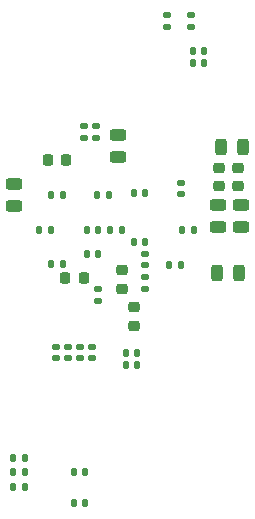
<source format=gbr>
%TF.GenerationSoftware,KiCad,Pcbnew,8.0.4*%
%TF.CreationDate,2024-11-18T22:27:40+01:00*%
%TF.ProjectId,hd_64_v0,68645f36-345f-4763-902e-6b696361645f,0.1*%
%TF.SameCoordinates,PX4737720PY55fe290*%
%TF.FileFunction,Paste,Bot*%
%TF.FilePolarity,Positive*%
%FSLAX46Y46*%
G04 Gerber Fmt 4.6, Leading zero omitted, Abs format (unit mm)*
G04 Created by KiCad (PCBNEW 8.0.4) date 2024-11-18 22:27:40*
%MOMM*%
%LPD*%
G01*
G04 APERTURE LIST*
G04 Aperture macros list*
%AMRoundRect*
0 Rectangle with rounded corners*
0 $1 Rounding radius*
0 $2 $3 $4 $5 $6 $7 $8 $9 X,Y pos of 4 corners*
0 Add a 4 corners polygon primitive as box body*
4,1,4,$2,$3,$4,$5,$6,$7,$8,$9,$2,$3,0*
0 Add four circle primitives for the rounded corners*
1,1,$1+$1,$2,$3*
1,1,$1+$1,$4,$5*
1,1,$1+$1,$6,$7*
1,1,$1+$1,$8,$9*
0 Add four rect primitives between the rounded corners*
20,1,$1+$1,$2,$3,$4,$5,0*
20,1,$1+$1,$4,$5,$6,$7,0*
20,1,$1+$1,$6,$7,$8,$9,0*
20,1,$1+$1,$8,$9,$2,$3,0*%
G04 Aperture macros list end*
%ADD10RoundRect,0.243750X-0.456250X0.243750X-0.456250X-0.243750X0.456250X-0.243750X0.456250X0.243750X0*%
%ADD11RoundRect,0.147500X0.147500X0.172500X-0.147500X0.172500X-0.147500X-0.172500X0.147500X-0.172500X0*%
%ADD12RoundRect,0.147500X-0.147500X-0.172500X0.147500X-0.172500X0.147500X0.172500X-0.147500X0.172500X0*%
%ADD13RoundRect,0.147500X0.172500X-0.147500X0.172500X0.147500X-0.172500X0.147500X-0.172500X-0.147500X0*%
%ADD14RoundRect,0.147500X-0.172500X0.147500X-0.172500X-0.147500X0.172500X-0.147500X0.172500X0.147500X0*%
%ADD15RoundRect,0.218750X0.218750X0.256250X-0.218750X0.256250X-0.218750X-0.256250X0.218750X-0.256250X0*%
%ADD16RoundRect,0.243750X0.243750X0.456250X-0.243750X0.456250X-0.243750X-0.456250X0.243750X-0.456250X0*%
%ADD17RoundRect,0.218750X0.256250X-0.218750X0.256250X0.218750X-0.256250X0.218750X-0.256250X-0.218750X0*%
%ADD18RoundRect,0.243750X0.456250X-0.243750X0.456250X0.243750X-0.456250X0.243750X-0.456250X-0.243750X0*%
%ADD19RoundRect,0.243750X-0.243750X-0.456250X0.243750X-0.456250X0.243750X0.456250X-0.243750X0.456250X0*%
%ADD20RoundRect,0.218750X-0.256250X0.218750X-0.256250X-0.218750X0.256250X-0.218750X0.256250X0.218750X0*%
G04 APERTURE END LIST*
D10*
X24924000Y38807500D03*
X24924000Y36932500D03*
D11*
X6609000Y17370000D03*
X5639000Y17370000D03*
D12*
X15839000Y35670000D03*
X16809000Y35670000D03*
X18839000Y33670000D03*
X19809000Y33670000D03*
D13*
X12824000Y30685000D03*
X12824000Y31655000D03*
D14*
X12319000Y26774000D03*
X12319000Y25804000D03*
D12*
X7839000Y36670000D03*
X8809000Y36670000D03*
D11*
X20909000Y36670000D03*
X19939000Y36670000D03*
D14*
X19824000Y40655000D03*
X19824000Y39685000D03*
D11*
X12804000Y34670000D03*
X11834000Y34670000D03*
X16106000Y25273000D03*
X15136000Y25273000D03*
X12809000Y36670000D03*
X11839000Y36670000D03*
D13*
X18669000Y53871000D03*
X18669000Y54841000D03*
D14*
X11624000Y45455000D03*
X11624000Y44485000D03*
D15*
X10111500Y42570000D03*
X8536500Y42570000D03*
X11611500Y32570000D03*
X10036500Y32570000D03*
D14*
X9271000Y26774000D03*
X9271000Y25804000D03*
D11*
X6609000Y16170000D03*
X5639000Y16170000D03*
D14*
X10287000Y26774000D03*
X10287000Y25804000D03*
D10*
X22924000Y38807500D03*
X22924000Y36932500D03*
D16*
X25061500Y43670000D03*
X23186500Y43670000D03*
D11*
X14809000Y36670000D03*
X13839000Y36670000D03*
X9809000Y33770000D03*
X8839000Y33770000D03*
D13*
X20701000Y53871000D03*
X20701000Y54841000D03*
D17*
X23024000Y40382500D03*
X23024000Y41957500D03*
D11*
X9809000Y39670000D03*
X8839000Y39670000D03*
D14*
X11303000Y26774000D03*
X11303000Y25804000D03*
D10*
X5724000Y40607500D03*
X5724000Y38732500D03*
D17*
X24624000Y40382500D03*
X24624000Y41957500D03*
D12*
X15136000Y26289000D03*
X16106000Y26289000D03*
D14*
X12624000Y45455000D03*
X12624000Y44485000D03*
D12*
X20851000Y51816000D03*
X21821000Y51816000D03*
D14*
X16824000Y34655000D03*
X16824000Y33685000D03*
D11*
X16809000Y39770000D03*
X15839000Y39770000D03*
D12*
X12739000Y39670000D03*
X13709000Y39670000D03*
D18*
X14524000Y42832500D03*
X14524000Y44707500D03*
D12*
X10739000Y13570000D03*
X11709000Y13570000D03*
X10739000Y16170000D03*
X11709000Y16170000D03*
D14*
X16824000Y32655000D03*
X16824000Y31685000D03*
D11*
X6609000Y14870000D03*
X5639000Y14870000D03*
D19*
X22886500Y33070000D03*
X24761500Y33070000D03*
D17*
X14824000Y31682500D03*
X14824000Y33257500D03*
D12*
X20839000Y50800000D03*
X21809000Y50800000D03*
D20*
X15824000Y30157500D03*
X15824000Y28582500D03*
M02*

</source>
